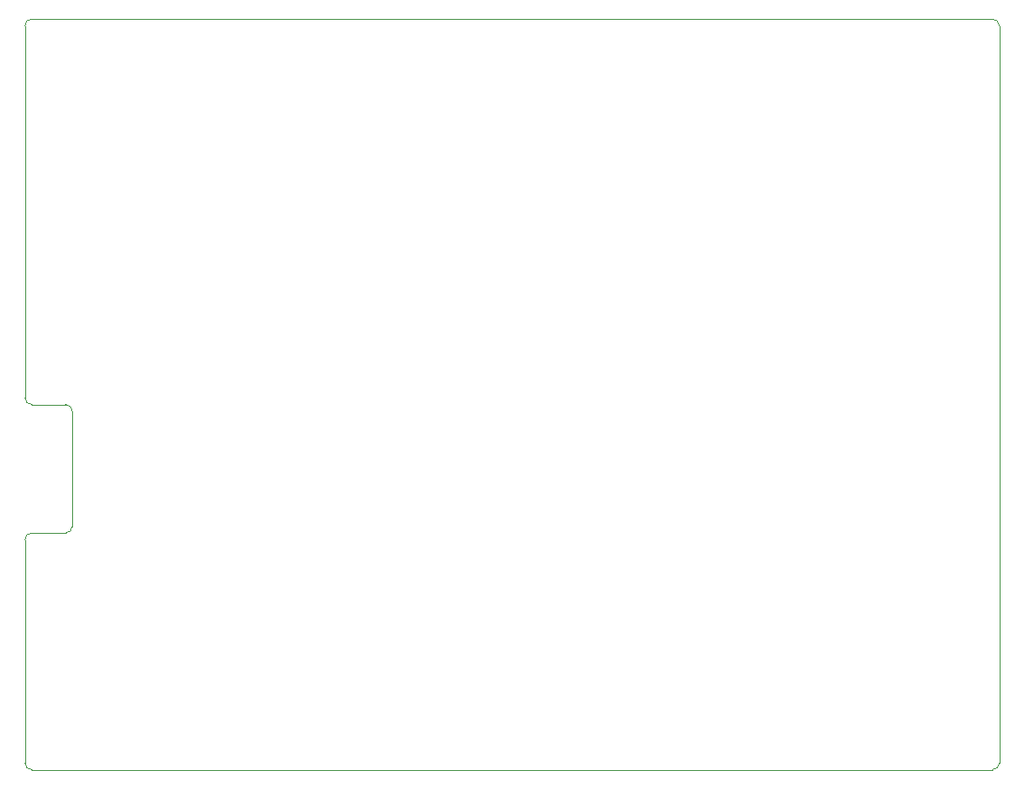
<source format=gbr>
%TF.GenerationSoftware,KiCad,Pcbnew,6.0.8-f2edbf62ab~116~ubuntu20.04.1*%
%TF.CreationDate,2022-10-13T01:57:51+02:00*%
%TF.ProjectId,Louie_for_Pico,4c6f7569-655f-4666-9f72-5f5069636f2e,rev?*%
%TF.SameCoordinates,Original*%
%TF.FileFunction,Profile,NP*%
%FSLAX46Y46*%
G04 Gerber Fmt 4.6, Leading zero omitted, Abs format (unit mm)*
G04 Created by KiCad (PCBNEW 6.0.8-f2edbf62ab~116~ubuntu20.04.1) date 2022-10-13 01:57:51*
%MOMM*%
%LPD*%
G01*
G04 APERTURE LIST*
%TA.AperFunction,Profile*%
%ADD10C,0.100000*%
%TD*%
G04 APERTURE END LIST*
D10*
X172085000Y-115570000D02*
X81915000Y-115570000D01*
X81280000Y-114935000D02*
G75*
G03*
X81915000Y-115570000I635000J0D01*
G01*
X81915000Y-93345000D02*
X85090000Y-93345000D01*
X85090000Y-93345000D02*
G75*
G03*
X85725000Y-92710000I0J635000D01*
G01*
X81280000Y-93980000D02*
X81280000Y-114935000D01*
X85725000Y-92710000D02*
X85725000Y-81915000D01*
X85090000Y-81280000D02*
X81915000Y-81280000D01*
X172720000Y-45720000D02*
G75*
G03*
X172085000Y-45085000I-635000J0D01*
G01*
X172085000Y-115570000D02*
G75*
G03*
X172720000Y-114935000I0J635000D01*
G01*
X81915000Y-93345000D02*
G75*
G03*
X81280000Y-93980000I0J-635000D01*
G01*
X172720000Y-45720000D02*
X172720000Y-114935000D01*
X81280000Y-80645000D02*
X81280000Y-45720000D01*
X81280000Y-80645000D02*
G75*
G03*
X81915000Y-81280000I635000J0D01*
G01*
X81915000Y-45085000D02*
G75*
G03*
X81280000Y-45720000I0J-635000D01*
G01*
X81915000Y-45085000D02*
X172085000Y-45085000D01*
X85725000Y-81915000D02*
G75*
G03*
X85090000Y-81280000I-635000J0D01*
G01*
M02*

</source>
